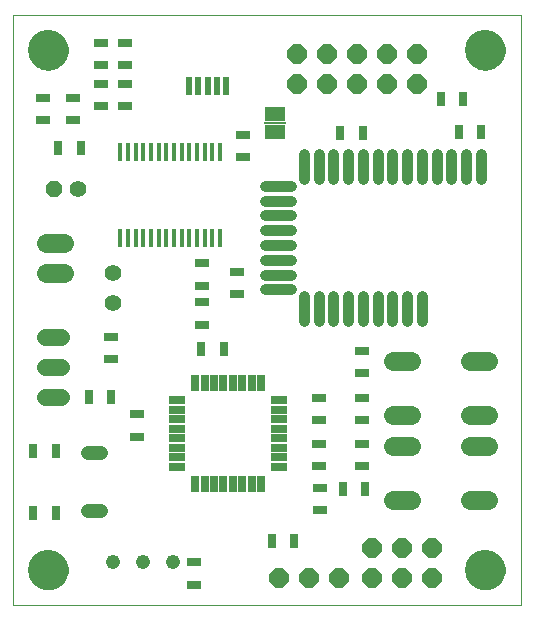
<source format=gts>
G75*
G70*
%OFA0B0*%
%FSLAX24Y24*%
%IPPOS*%
%LPD*%
%AMOC8*
5,1,8,0,0,1.08239X$1,22.5*
%
%ADD10C,0.0000*%
%ADD11R,0.0540X0.0260*%
%ADD12R,0.0260X0.0540*%
%ADD13R,0.0493X0.0316*%
%ADD14C,0.0640*%
%ADD15C,0.0480*%
%ADD16R,0.0316X0.0493*%
%ADD17OC8,0.0560*%
%ADD18C,0.0560*%
%ADD19C,0.0560*%
%ADD20C,0.1340*%
%ADD21C,0.0375*%
%ADD22OC8,0.0640*%
%ADD23R,0.0237X0.0591*%
%ADD24R,0.0670X0.0500*%
%ADD25R,0.0720X0.0060*%
%ADD26C,0.0476*%
%ADD27C,0.0555*%
%ADD28R,0.0177X0.0590*%
D10*
X001110Y000743D02*
X001110Y020428D01*
X018039Y020428D01*
X018039Y000743D01*
X001110Y000743D01*
X001641Y001924D02*
X001643Y001974D01*
X001649Y002024D01*
X001659Y002074D01*
X001672Y002122D01*
X001689Y002170D01*
X001710Y002216D01*
X001734Y002260D01*
X001762Y002302D01*
X001793Y002342D01*
X001827Y002379D01*
X001864Y002414D01*
X001903Y002445D01*
X001944Y002474D01*
X001988Y002499D01*
X002034Y002521D01*
X002081Y002539D01*
X002129Y002553D01*
X002178Y002564D01*
X002228Y002571D01*
X002278Y002574D01*
X002329Y002573D01*
X002379Y002568D01*
X002429Y002559D01*
X002477Y002547D01*
X002525Y002530D01*
X002571Y002510D01*
X002616Y002487D01*
X002659Y002460D01*
X002699Y002430D01*
X002737Y002397D01*
X002772Y002361D01*
X002805Y002322D01*
X002834Y002281D01*
X002860Y002238D01*
X002883Y002193D01*
X002902Y002146D01*
X002917Y002098D01*
X002929Y002049D01*
X002937Y001999D01*
X002941Y001949D01*
X002941Y001899D01*
X002937Y001849D01*
X002929Y001799D01*
X002917Y001750D01*
X002902Y001702D01*
X002883Y001655D01*
X002860Y001610D01*
X002834Y001567D01*
X002805Y001526D01*
X002772Y001487D01*
X002737Y001451D01*
X002699Y001418D01*
X002659Y001388D01*
X002616Y001361D01*
X002571Y001338D01*
X002525Y001318D01*
X002477Y001301D01*
X002429Y001289D01*
X002379Y001280D01*
X002329Y001275D01*
X002278Y001274D01*
X002228Y001277D01*
X002178Y001284D01*
X002129Y001295D01*
X002081Y001309D01*
X002034Y001327D01*
X001988Y001349D01*
X001944Y001374D01*
X001903Y001403D01*
X001864Y001434D01*
X001827Y001469D01*
X001793Y001506D01*
X001762Y001546D01*
X001734Y001588D01*
X001710Y001632D01*
X001689Y001678D01*
X001672Y001726D01*
X001659Y001774D01*
X001649Y001824D01*
X001643Y001874D01*
X001641Y001924D01*
X001641Y019247D02*
X001643Y019297D01*
X001649Y019347D01*
X001659Y019397D01*
X001672Y019445D01*
X001689Y019493D01*
X001710Y019539D01*
X001734Y019583D01*
X001762Y019625D01*
X001793Y019665D01*
X001827Y019702D01*
X001864Y019737D01*
X001903Y019768D01*
X001944Y019797D01*
X001988Y019822D01*
X002034Y019844D01*
X002081Y019862D01*
X002129Y019876D01*
X002178Y019887D01*
X002228Y019894D01*
X002278Y019897D01*
X002329Y019896D01*
X002379Y019891D01*
X002429Y019882D01*
X002477Y019870D01*
X002525Y019853D01*
X002571Y019833D01*
X002616Y019810D01*
X002659Y019783D01*
X002699Y019753D01*
X002737Y019720D01*
X002772Y019684D01*
X002805Y019645D01*
X002834Y019604D01*
X002860Y019561D01*
X002883Y019516D01*
X002902Y019469D01*
X002917Y019421D01*
X002929Y019372D01*
X002937Y019322D01*
X002941Y019272D01*
X002941Y019222D01*
X002937Y019172D01*
X002929Y019122D01*
X002917Y019073D01*
X002902Y019025D01*
X002883Y018978D01*
X002860Y018933D01*
X002834Y018890D01*
X002805Y018849D01*
X002772Y018810D01*
X002737Y018774D01*
X002699Y018741D01*
X002659Y018711D01*
X002616Y018684D01*
X002571Y018661D01*
X002525Y018641D01*
X002477Y018624D01*
X002429Y018612D01*
X002379Y018603D01*
X002329Y018598D01*
X002278Y018597D01*
X002228Y018600D01*
X002178Y018607D01*
X002129Y018618D01*
X002081Y018632D01*
X002034Y018650D01*
X001988Y018672D01*
X001944Y018697D01*
X001903Y018726D01*
X001864Y018757D01*
X001827Y018792D01*
X001793Y018829D01*
X001762Y018869D01*
X001734Y018911D01*
X001710Y018955D01*
X001689Y019001D01*
X001672Y019049D01*
X001659Y019097D01*
X001649Y019147D01*
X001643Y019197D01*
X001641Y019247D01*
X016208Y019247D02*
X016210Y019297D01*
X016216Y019347D01*
X016226Y019397D01*
X016239Y019445D01*
X016256Y019493D01*
X016277Y019539D01*
X016301Y019583D01*
X016329Y019625D01*
X016360Y019665D01*
X016394Y019702D01*
X016431Y019737D01*
X016470Y019768D01*
X016511Y019797D01*
X016555Y019822D01*
X016601Y019844D01*
X016648Y019862D01*
X016696Y019876D01*
X016745Y019887D01*
X016795Y019894D01*
X016845Y019897D01*
X016896Y019896D01*
X016946Y019891D01*
X016996Y019882D01*
X017044Y019870D01*
X017092Y019853D01*
X017138Y019833D01*
X017183Y019810D01*
X017226Y019783D01*
X017266Y019753D01*
X017304Y019720D01*
X017339Y019684D01*
X017372Y019645D01*
X017401Y019604D01*
X017427Y019561D01*
X017450Y019516D01*
X017469Y019469D01*
X017484Y019421D01*
X017496Y019372D01*
X017504Y019322D01*
X017508Y019272D01*
X017508Y019222D01*
X017504Y019172D01*
X017496Y019122D01*
X017484Y019073D01*
X017469Y019025D01*
X017450Y018978D01*
X017427Y018933D01*
X017401Y018890D01*
X017372Y018849D01*
X017339Y018810D01*
X017304Y018774D01*
X017266Y018741D01*
X017226Y018711D01*
X017183Y018684D01*
X017138Y018661D01*
X017092Y018641D01*
X017044Y018624D01*
X016996Y018612D01*
X016946Y018603D01*
X016896Y018598D01*
X016845Y018597D01*
X016795Y018600D01*
X016745Y018607D01*
X016696Y018618D01*
X016648Y018632D01*
X016601Y018650D01*
X016555Y018672D01*
X016511Y018697D01*
X016470Y018726D01*
X016431Y018757D01*
X016394Y018792D01*
X016360Y018829D01*
X016329Y018869D01*
X016301Y018911D01*
X016277Y018955D01*
X016256Y019001D01*
X016239Y019049D01*
X016226Y019097D01*
X016216Y019147D01*
X016210Y019197D01*
X016208Y019247D01*
X016208Y001924D02*
X016210Y001974D01*
X016216Y002024D01*
X016226Y002074D01*
X016239Y002122D01*
X016256Y002170D01*
X016277Y002216D01*
X016301Y002260D01*
X016329Y002302D01*
X016360Y002342D01*
X016394Y002379D01*
X016431Y002414D01*
X016470Y002445D01*
X016511Y002474D01*
X016555Y002499D01*
X016601Y002521D01*
X016648Y002539D01*
X016696Y002553D01*
X016745Y002564D01*
X016795Y002571D01*
X016845Y002574D01*
X016896Y002573D01*
X016946Y002568D01*
X016996Y002559D01*
X017044Y002547D01*
X017092Y002530D01*
X017138Y002510D01*
X017183Y002487D01*
X017226Y002460D01*
X017266Y002430D01*
X017304Y002397D01*
X017339Y002361D01*
X017372Y002322D01*
X017401Y002281D01*
X017427Y002238D01*
X017450Y002193D01*
X017469Y002146D01*
X017484Y002098D01*
X017496Y002049D01*
X017504Y001999D01*
X017508Y001949D01*
X017508Y001899D01*
X017504Y001849D01*
X017496Y001799D01*
X017484Y001750D01*
X017469Y001702D01*
X017450Y001655D01*
X017427Y001610D01*
X017401Y001567D01*
X017372Y001526D01*
X017339Y001487D01*
X017304Y001451D01*
X017266Y001418D01*
X017226Y001388D01*
X017183Y001361D01*
X017138Y001338D01*
X017092Y001318D01*
X017044Y001301D01*
X016996Y001289D01*
X016946Y001280D01*
X016896Y001275D01*
X016845Y001274D01*
X016795Y001277D01*
X016745Y001284D01*
X016696Y001295D01*
X016648Y001309D01*
X016601Y001327D01*
X016555Y001349D01*
X016511Y001374D01*
X016470Y001403D01*
X016431Y001434D01*
X016394Y001469D01*
X016360Y001506D01*
X016329Y001546D01*
X016301Y001588D01*
X016277Y001632D01*
X016256Y001678D01*
X016239Y001726D01*
X016226Y001774D01*
X016216Y001824D01*
X016210Y001874D01*
X016208Y001924D01*
D11*
X009982Y005366D03*
X009982Y005681D03*
X009982Y005996D03*
X009982Y006310D03*
X009982Y006625D03*
X009982Y006940D03*
X009982Y007255D03*
X009982Y007570D03*
X006602Y007570D03*
X006602Y007255D03*
X006602Y006940D03*
X006602Y006625D03*
X006602Y006310D03*
X006602Y005996D03*
X006602Y005681D03*
X006602Y005366D03*
D12*
X007190Y004778D03*
X007505Y004778D03*
X007820Y004778D03*
X008135Y004778D03*
X008450Y004778D03*
X008765Y004778D03*
X009079Y004778D03*
X009394Y004778D03*
X009394Y008158D03*
X009079Y008158D03*
X008765Y008158D03*
X008450Y008158D03*
X008135Y008158D03*
X007820Y008158D03*
X007505Y008158D03*
X007190Y008158D03*
D13*
X007409Y010093D03*
X007409Y010841D03*
X007409Y011392D03*
X007409Y012140D03*
X008590Y011865D03*
X008590Y011117D03*
X011307Y007652D03*
X011307Y006904D03*
X011307Y006117D03*
X011307Y005369D03*
X011346Y004660D03*
X011346Y003912D03*
X012764Y005369D03*
X012764Y006117D03*
X012764Y006904D03*
X012764Y007652D03*
X012764Y008479D03*
X012764Y009227D03*
X008787Y015684D03*
X008787Y016432D03*
X004840Y017377D03*
X004840Y018125D03*
X004839Y018752D03*
X004839Y019500D03*
X004055Y019500D03*
X004055Y018752D03*
X004053Y018125D03*
X004053Y017377D03*
X003118Y017652D03*
X003118Y016904D03*
X002134Y016904D03*
X002134Y017652D03*
X004403Y009687D03*
X004403Y008939D03*
X005244Y007101D03*
X005244Y006353D03*
X007151Y002175D03*
X007151Y001427D03*
D14*
X013782Y004262D02*
X014382Y004262D01*
X014382Y006042D02*
X013782Y006042D01*
X013782Y007097D02*
X014382Y007097D01*
X014382Y008877D02*
X013782Y008877D01*
X016342Y008877D02*
X016942Y008877D01*
X016942Y007097D02*
X016342Y007097D01*
X016342Y006042D02*
X016942Y006042D01*
X016942Y004262D02*
X016342Y004262D01*
X002828Y011818D02*
X002228Y011818D01*
X002228Y012818D02*
X002828Y012818D01*
D15*
X003627Y005818D02*
X004067Y005818D01*
X004067Y003897D02*
X003627Y003897D01*
D16*
X002548Y003826D03*
X001800Y003826D03*
X001800Y005893D03*
X002548Y005893D03*
X003645Y007670D03*
X004393Y007670D03*
X007402Y009291D03*
X008150Y009291D03*
X012118Y004629D03*
X012866Y004629D03*
X010493Y002870D03*
X009745Y002870D03*
X003379Y015977D03*
X002631Y015977D03*
X012035Y016486D03*
X012783Y016486D03*
X015382Y017633D03*
X016130Y017633D03*
X015972Y016530D03*
X016720Y016530D03*
D17*
X002501Y014606D03*
D18*
X003301Y014606D03*
D19*
X002709Y009696D02*
X002189Y009696D01*
X002189Y008696D02*
X002709Y008696D01*
X002709Y007696D02*
X002189Y007696D01*
D20*
X002291Y001924D03*
X016858Y001924D03*
X016858Y019247D03*
X002291Y019247D03*
D21*
X010372Y014719D02*
X010372Y014719D01*
X009526Y014719D01*
X009526Y014719D01*
X010372Y014719D01*
X010372Y014227D02*
X010372Y014227D01*
X009526Y014227D01*
X009526Y014227D01*
X010372Y014227D01*
X010372Y013735D02*
X010372Y013735D01*
X009526Y013735D01*
X009526Y013735D01*
X010372Y013735D01*
X010372Y013243D02*
X010372Y013243D01*
X009526Y013243D01*
X009526Y013243D01*
X010372Y013243D01*
X010372Y012751D02*
X010372Y012751D01*
X009526Y012751D01*
X009526Y012751D01*
X010372Y012751D01*
X010372Y012259D02*
X010372Y012259D01*
X009526Y012259D01*
X009526Y012259D01*
X010372Y012259D01*
X010372Y011766D02*
X010372Y011766D01*
X009526Y011766D01*
X009526Y011766D01*
X010372Y011766D01*
X010372Y011274D02*
X010372Y011274D01*
X009526Y011274D01*
X009526Y011274D01*
X010372Y011274D01*
X010815Y010202D02*
X010815Y010202D01*
X010815Y011048D01*
X010815Y011048D01*
X010815Y010202D01*
X010815Y010576D02*
X010815Y010576D01*
X010815Y010950D02*
X010815Y010950D01*
X011307Y010202D02*
X011307Y010202D01*
X011307Y011048D01*
X011307Y011048D01*
X011307Y010202D01*
X011307Y010576D02*
X011307Y010576D01*
X011307Y010950D02*
X011307Y010950D01*
X011799Y010202D02*
X011799Y010202D01*
X011799Y011048D01*
X011799Y011048D01*
X011799Y010202D01*
X011799Y010576D02*
X011799Y010576D01*
X011799Y010950D02*
X011799Y010950D01*
X012291Y010202D02*
X012291Y010202D01*
X012291Y011048D01*
X012291Y011048D01*
X012291Y010202D01*
X012291Y010576D02*
X012291Y010576D01*
X012291Y010950D02*
X012291Y010950D01*
X012783Y010202D02*
X012783Y010202D01*
X012783Y011048D01*
X012783Y011048D01*
X012783Y010202D01*
X012783Y010576D02*
X012783Y010576D01*
X012783Y010950D02*
X012783Y010950D01*
X013276Y010202D02*
X013276Y010202D01*
X013276Y011048D01*
X013276Y011048D01*
X013276Y010202D01*
X013276Y010576D02*
X013276Y010576D01*
X013276Y010950D02*
X013276Y010950D01*
X013768Y010202D02*
X013768Y010202D01*
X013768Y011048D01*
X013768Y011048D01*
X013768Y010202D01*
X013768Y010576D02*
X013768Y010576D01*
X013768Y010950D02*
X013768Y010950D01*
X014260Y010202D02*
X014260Y010202D01*
X014260Y011048D01*
X014260Y011048D01*
X014260Y010202D01*
X014260Y010576D02*
X014260Y010576D01*
X014260Y010950D02*
X014260Y010950D01*
X014752Y010202D02*
X014752Y010202D01*
X014752Y011048D01*
X014752Y011048D01*
X014752Y010202D01*
X014752Y010576D02*
X014752Y010576D01*
X014752Y010950D02*
X014752Y010950D01*
X014752Y014946D02*
X014752Y014946D01*
X014752Y015792D01*
X014752Y015792D01*
X014752Y014946D01*
X014752Y015320D02*
X014752Y015320D01*
X014752Y015694D02*
X014752Y015694D01*
X015244Y014946D02*
X015244Y014946D01*
X015244Y015792D01*
X015244Y015792D01*
X015244Y014946D01*
X015244Y015320D02*
X015244Y015320D01*
X015244Y015694D02*
X015244Y015694D01*
X015736Y014946D02*
X015736Y014946D01*
X015736Y015792D01*
X015736Y015792D01*
X015736Y014946D01*
X015736Y015320D02*
X015736Y015320D01*
X015736Y015694D02*
X015736Y015694D01*
X016228Y014946D02*
X016228Y014946D01*
X016228Y015792D01*
X016228Y015792D01*
X016228Y014946D01*
X016228Y015320D02*
X016228Y015320D01*
X016228Y015694D02*
X016228Y015694D01*
X016720Y014946D02*
X016720Y014946D01*
X016720Y015792D01*
X016720Y015792D01*
X016720Y014946D01*
X016720Y015320D02*
X016720Y015320D01*
X016720Y015694D02*
X016720Y015694D01*
X014260Y014946D02*
X014260Y014946D01*
X014260Y015792D01*
X014260Y015792D01*
X014260Y014946D01*
X014260Y015320D02*
X014260Y015320D01*
X014260Y015694D02*
X014260Y015694D01*
X013768Y014946D02*
X013768Y014946D01*
X013768Y015792D01*
X013768Y015792D01*
X013768Y014946D01*
X013768Y015320D02*
X013768Y015320D01*
X013768Y015694D02*
X013768Y015694D01*
X013276Y014946D02*
X013276Y014946D01*
X013276Y015792D01*
X013276Y015792D01*
X013276Y014946D01*
X013276Y015320D02*
X013276Y015320D01*
X013276Y015694D02*
X013276Y015694D01*
X012783Y014946D02*
X012783Y014946D01*
X012783Y015792D01*
X012783Y015792D01*
X012783Y014946D01*
X012783Y015320D02*
X012783Y015320D01*
X012783Y015694D02*
X012783Y015694D01*
X012291Y014946D02*
X012291Y014946D01*
X012291Y015792D01*
X012291Y015792D01*
X012291Y014946D01*
X012291Y015320D02*
X012291Y015320D01*
X012291Y015694D02*
X012291Y015694D01*
X011799Y014946D02*
X011799Y014946D01*
X011799Y015792D01*
X011799Y015792D01*
X011799Y014946D01*
X011799Y015320D02*
X011799Y015320D01*
X011799Y015694D02*
X011799Y015694D01*
X011307Y014946D02*
X011307Y014946D01*
X011307Y015792D01*
X011307Y015792D01*
X011307Y014946D01*
X011307Y015320D02*
X011307Y015320D01*
X011307Y015694D02*
X011307Y015694D01*
X010815Y014946D02*
X010815Y014946D01*
X010815Y015792D01*
X010815Y015792D01*
X010815Y014946D01*
X010815Y015320D02*
X010815Y015320D01*
X010815Y015694D02*
X010815Y015694D01*
D22*
X010595Y018106D03*
X010595Y019106D03*
X011595Y019106D03*
X011595Y018106D03*
X012595Y018106D03*
X012595Y019106D03*
X013595Y019106D03*
X013595Y018106D03*
X014595Y018106D03*
X014595Y019106D03*
X014102Y002660D03*
X013102Y002660D03*
X013102Y001660D03*
X014102Y001660D03*
X015102Y001660D03*
X015102Y002660D03*
X012000Y001660D03*
X011000Y001660D03*
X010000Y001660D03*
D23*
X008236Y018066D03*
X007921Y018066D03*
X007606Y018066D03*
X007291Y018066D03*
X006976Y018066D03*
D24*
X009847Y017110D03*
X009847Y016510D03*
D25*
X009847Y016810D03*
D26*
X006466Y002199D03*
X005466Y002199D03*
X004466Y002199D03*
D27*
X004460Y010810D03*
X004460Y011810D03*
D28*
X004697Y012982D03*
X004953Y012982D03*
X005209Y012982D03*
X005465Y012982D03*
X005721Y012982D03*
X005977Y012982D03*
X006233Y012982D03*
X006489Y012982D03*
X006744Y012982D03*
X007000Y012982D03*
X007256Y012982D03*
X007512Y012982D03*
X007768Y012982D03*
X008024Y012982D03*
X008024Y015861D03*
X007768Y015861D03*
X007512Y015861D03*
X007256Y015861D03*
X007000Y015861D03*
X006744Y015861D03*
X006489Y015861D03*
X006233Y015861D03*
X005977Y015861D03*
X005721Y015861D03*
X005465Y015861D03*
X005209Y015861D03*
X004953Y015861D03*
X004697Y015861D03*
M02*

</source>
